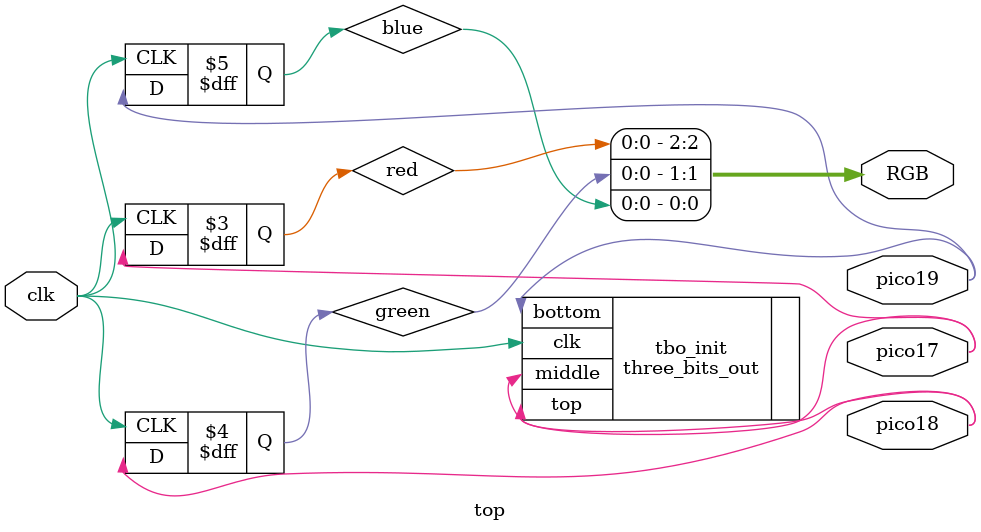
<source format=v>
`default_nettype none
`include "three_bits_out.v"
module top(input clk, output pico17, output pico18, output pico19, output [2:0] RGB);
    // This basic example takes inputs from the RPGA's RP2040 host controller and translated them to the RGB LED on board!
    // reg [31:0] counter;
    reg red;
    reg green;
    reg blue;
    assign RGB[2] = red;
    assign RGB[1] = green;
    assign RGB[0] = blue;

    //serial_writer serial_writer_init(.clk(clk),.ready(pico17),.serial_bus(pico18),.next_byte(pico19),.count(RGB));
    three_bits_out tbo_init(.clk(clk),.top(pico17),.middle(pico18),.bottom(pico19));
    initial begin
        red = 1;
        green = 1;
        blue = 1;
    end

    always @(posedge clk) begin 
        // comment the next 3 lines to use an example :)
        red <= pico17;
        green <= pico18;
        blue <= pico19;

    end

endmodule
</source>
